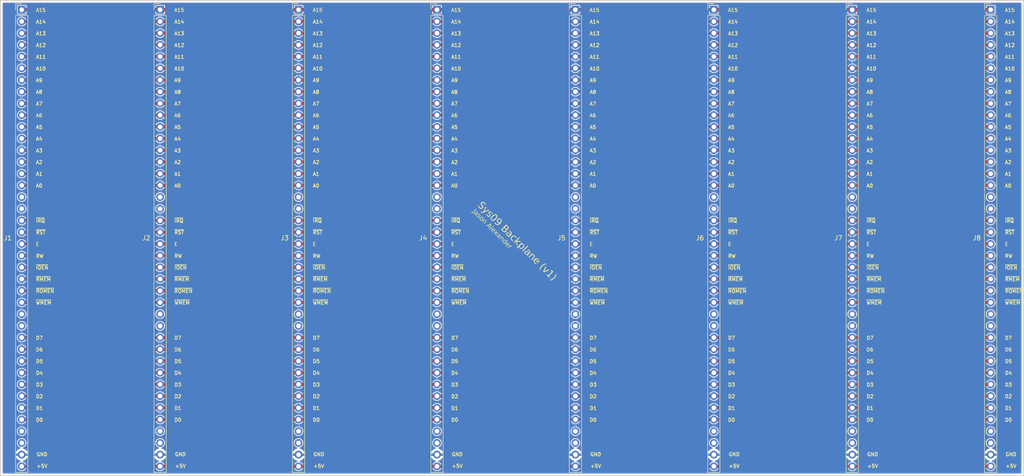
<source format=kicad_pcb>
(kicad_pcb (version 20221018) (generator pcbnew)
  (layers (0 "F.Cu" signal) (31 "B.Cu" signal) (34 "B.Paste" user) (35 "F.Paste" user) (36 "B.SilkS" user "B.Silkscreen") (37 "F.SilkS" user "F.Silkscreen") (38 "B.Mask" user) (39 "F.Mask" user) (44 "Edge.Cuts" user))
  (net 0 "")
  (net 1 "/A15")
  (net 2 "/A14")
  (net 3 "/A13")
  (net 4 "/A12")
  (net 5 "/A11")
  (net 6 "/A10")
  (net 7 "/A9")
  (net 8 "/A8")
  (net 9 "/A7")
  (net 10 "/A6")
  (net 11 "/A5")
  (net 12 "/A4")
  (net 13 "/A3")
  (net 14 "/A2")
  (net 15 "/A1")
  (net 16 "/A0")
  (net 19 "/~{RST}")
  (net 20 "/E")
  (net 21 "/RW")
  (net 22 "/~{IOEN}")
  (net 23 "/~{RMEM}")
  (net 24 "/~{ROMEN}")
  (net 25 "/~{WMEM}")
  (net 26 "/~{IRQ}")
  (net 29 "/DA7")
  (net 30 "/DA6")
  (net 31 "/DA5")
  (net 32 "/DA4")
  (net 33 "/DA3")
  (net 34 "/DA2")
  (net 35 "/DA1")
  (net 36 "/DA0")
  (net 39 "GND")
  (net 40 "+5V")
  (footprint "Connector_PinHeader_2.54mm:PinHeader_1x40_P2.54mm_Vertical" (layer "F.Cu") (at 90 31.475)
    (fp_text reference "J3")
    (fp_text value "Conn_01x40_Pin")
  )
  (footprint "Connector_PinHeader_2.54mm:PinHeader_1x40_P2.54mm_Vertical" (layer "F.Cu") (at 210 31.475)
    (fp_text reference "J7")
    (fp_text value "Conn_01x40_Pin")
  )
  (footprint "Connector_PinHeader_2.54mm:PinHeader_1x40_P2.54mm_Vertical" (layer "F.Cu") (at 60 31.475)
    (fp_text reference "J2")
    (fp_text value "Conn_01x40_Pin")
  )
  (footprint "Connector_PinHeader_2.54mm:PinHeader_1x40_P2.54mm_Vertical" (layer "F.Cu") (at 120 31.475)
    (fp_text reference "J4")
    (fp_text value "Conn_01x40_Pin")
  )
  (footprint "Connector_PinHeader_2.54mm:PinHeader_1x40_P2.54mm_Vertical" (layer "F.Cu") (at 150 31.475)
    (fp_text reference "J5")
    (fp_text value "Conn_01x40_Pin")
  )
  (footprint "Connector_PinHeader_2.54mm:PinHeader_1x40_P2.54mm_Vertical" (layer "F.Cu") (at 30 31.475)
    (fp_text reference "J1")
    (fp_text value "Conn_01x40_Pin")
  )
  (footprint "Connector_PinHeader_2.54mm:PinHeader_1x40_P2.54mm_Vertical" (layer "F.Cu") (at 240 31.475)
    (fp_text reference "J8")
    (fp_text value "Conn_01x40_Pin")
  )
  (footprint "Connector_PinHeader_2.54mm:PinHeader_1x40_P2.54mm_Vertical" (layer "F.Cu") (at 180 31.475)
    (fp_text reference "J6")
    (fp_text value "Conn_01x40_Pin")
  )
  (gr_line (start 25.4 29.464) (end 25.4 132.588) (stroke (width 0.2)) (layer "Edge.Cuts"))
  (gr_line (start 247.142 29.464) (end 25.4 29.464) (stroke (width 0.2)) (layer "Edge.Cuts"))
  (gr_line (start 25.4 132.588) (end 247.142 132.588) (stroke (width 0.2)) (layer "Edge.Cuts"))
  (gr_line (start 247.142 29.464) (end 247.142 132.588) (stroke (width 0.2)) (layer "Edge.Cuts"))
  (gr_text "~{RMEM}" (at 63 90.42) (layer "F.SilkS") (effects (font (size 0.762 0.762)) (justify left bottom)))
  (gr_text "GND" (at 63.14 128.38) (layer "F.SilkS") (effects (font (size 0.762 0.762)) (justify left bottom)))
  (gr_text "A11" (at 153 42.16) (layer "F.SilkS") (effects (font (size 0.762 0.762)) (justify left bottom)))
  (gr_text "~{RMEM}" (at 183 90.42) (layer "F.SilkS") (effects (font (size 0.762 0.762)) (justify left bottom)))
  (gr_text "A3" (at 243 62.48) (layer "F.SilkS") (effects (font (size 0.762 0.762)) (justify left bottom)))
  (gr_text "A2" (at 153 65.02) (layer "F.SilkS") (effects (font (size 0.762 0.762)) (justify left bottom)))
  (gr_text "D5" (at 33 108.2) (layer "F.SilkS") (effects (font (size 0.762 0.762)) (justify left bottom)))
  (gr_text "D1" (at 123 118.36) (layer "F.SilkS") (effects (font (size 0.762 0.762)) (justify left bottom)))
  (gr_text "A1" (at 153 67.56) (layer "F.SilkS") (effects (font (size 0.762 0.762)) (justify left bottom)))
  (gr_text "A14" (at 153 34.54) (layer "F.SilkS") (effects (font (size 0.762 0.762)) (justify left bottom)))
  (gr_text "A4" (at 243 59.94) (layer "F.SilkS") (effects (font (size 0.762 0.762)) (justify left bottom)))
  (gr_text "~{IRQ}" (at 63 77.72) (layer "F.SilkS") (effects (font (size 0.762 0.762)) (justify left bottom)))
  (gr_text "A2" (at 33 65.02) (layer "F.SilkS") (effects (font (size 0.762 0.762)) (justify left bottom)))
  (gr_text "D1" (at 93 118.36) (layer "F.SilkS") (effects (font (size 0.762 0.762)) (justify left bottom)))
  (gr_text "E" (at 123 82.8) (layer "F.SilkS") (effects (font (size 0.762 0.762) (thickness 0.127)) (justify left bottom)))
  (gr_text "A1" (at 243 67.56) (layer "F.SilkS") (effects (font (size 0.762 0.762)) (justify left bottom)))
  (gr_text "A15" (at 33 32) (layer "F.SilkS") (effects (font (size 0.762 0.762) (thickness 0.127)) (justify left bottom)))
  (gr_text "~{ROMEN}" (at 123 92.96) (layer "F.SilkS") (effects (font (size 0.762 0.762)) (justify left bottom)))
  (gr_text "A12" (at 213 39.62) (layer "F.SilkS") (effects (font (size 0.762 0.762)) (justify left bottom)))
  (gr_text "~{IRQ}" (at 93 77.72) (layer "F.SilkS") (effects (font (size 0.762 0.762)) (justify left bottom)))
  (gr_text "~{WMEM}" (at 213 95.5) (layer "F.SilkS") (effects (font (size 0.762 0.762)) (justify left bottom)))
  (gr_text "D4" (at 123 110.74) (layer "F.SilkS") (effects (font (size 0.762 0.762)) (justify left bottom)))
  (gr_text "+5V" (at 123.14 130.92) (layer "F.SilkS") (effects (font (size 0.762 0.762)) (justify left bottom)))
  (gr_text "A11" (at 123 42.16) (layer "F.SilkS") (effects (font (size 0.762 0.762)) (justify left bottom)))
  (gr_text "A5" (at 213 57.4) (layer "F.SilkS") (effects (font (size 0.762 0.762)) (justify left bottom)))
  (gr_text "A3" (at 33 62.48) (layer "F.SilkS") (effects (font (size 0.762 0.762)) (justify left bottom)))
  (gr_text "A11" (at 243 42.16) (layer "F.SilkS") (effects (font (size 0.762 0.762)) (justify left bottom)))
  (gr_text "GND" (at 123.14 128.38) (layer "F.SilkS") (effects (font (size 0.762 0.762)) (justify left bottom)))
  (gr_text "A12" (at 123 39.62) (layer "F.SilkS") (effects (font (size 0.762 0.762)) (justify left bottom)))
  (gr_text "D7" (at 213 103.12) (layer "F.SilkS") (effects (font (size 0.762 0.762)) (justify left bottom)))
  (gr_text "A14" (at 183 34.54) (layer "F.SilkS") (effects (font (size 0.762 0.762)) (justify left bottom)))
  (gr_text "A13" (at 63 37.08) (layer "F.SilkS") (effects (font (size 0.762 0.762)) (justify left bottom)))
  (gr_text "A6" (at 213 54.86) (layer "F.SilkS") (effects (font (size 0.762 0.762) (thickness 0.127)) (justify left bottom)))
  (gr_text "A7" (at 153 52.32) (layer "F.SilkS") (effects (font (size 0.762 0.762)) (justify left bottom)))
  (gr_text "A1" (at 33 67.56) (layer "F.SilkS") (effects (font (size 0.762 0.762)) (justify left bottom)))
  (gr_text "A2" (at 93 65.02) (layer "F.SilkS") (effects (font (size 0.762 0.762)) (justify left bottom)))
  (gr_text "A13" (at 153 37.08) (layer "F.SilkS") (effects (font (size 0.762 0.762)) (justify left bottom)))
  (gr_text "A15" (at 183 32) (layer "F.SilkS") (effects (font (size 0.762 0.762) (thickness 0.127)) (justify left bottom)))
  (gr_text "A14" (at 63 34.54) (layer "F.SilkS") (effects (font (size 0.762 0.762)) (justify left bottom)))
  (gr_text "GND" (at 183.14 128.38) (layer "F.SilkS") (effects (font (size 0.762 0.762)) (justify left bottom)))
  (gr_text "A14" (at 243 34.54) (layer "F.SilkS") (effects (font (size 0.762 0.762)) (justify left bottom)))
  (gr_text "D0" (at 93 120.9) (layer "F.SilkS") (effects (font (size 0.762 0.762)) (justify left bottom)))
  (gr_text "D4" (at 63 110.74) (layer "F.SilkS") (effects (font (size 0.762 0.762)) (justify left bottom)))
  (gr_text "A2" (at 183 65.02) (layer "F.SilkS") (effects (font (size 0.762 0.762)) (justify left bottom)))
  (gr_text "A6" (at 93 54.86) (layer "F.SilkS") (effects (font (size 0.762 0.762) (thickness 0.127)) (justify left bottom)))
  (gr_text "~{IOEN}" (at 63 87.88) (layer "F.SilkS") (effects (font (size 0.762 0.762)) (justify left bottom)))
  (gr_text "~{WMEM}" (at 243 95.5) (layer "F.SilkS") (effects (font (size 0.762 0.762)) (justify left bottom)))
  (gr_text "D6" (at 243 105.66) (layer "F.SilkS") (effects (font (size 0.762 0.762) (thickness 0.127)) (justify left bottom)))
  (gr_text "A7" (at 213 52.32) (layer "F.SilkS") (effects (font (size 0.762 0.762)) (justify left bottom)))
  (gr_text "~{RMEM}" (at 213 90.42) (layer "F.SilkS") (effects (font (size 0.762 0.762)) (justify left bottom)))
  (gr_text "~{RMEM}" (at 33 90.42) (layer "F.SilkS") (effects (font (size 0.762 0.762)) (justify left bottom)))
  (gr_text "D2" (at 123 115.82) (layer "F.SilkS") (effects (font (size 0.762 0.762)) (justify left bottom)))
  (gr_text "D0" (at 213 120.9) (layer "F.SilkS") (effects (font (size 0.762 0.762)) (justify left bottom)))
  (gr_text "A13" (at 123 37.08) (layer "F.SilkS") (effects (font (size 0.762 0.762)) (justify left bottom)))
  (gr_text "+5V" (at 183.14 130.92) (layer "F.SilkS") (effects (font (size 0.762 0.762)) (justify left bottom)))
  (gr_text "A7" (at 63 52.32) (layer "F.SilkS") (effects (font (size 0.762 0.762)) (justify left bottom)))
  (gr_text "E" (at 33 82.8) (layer "F.SilkS") (effects (font (size 0.762 0.762) (thickness 0.127)) (justify left bottom)))
  (gr_text "~{IRQ}" (at 243 77.72) (layer "F.SilkS") (effects (font (size 0.762 0.762)) (justify left bottom)))
  (gr_text "RW" (at 93 85.34) (layer "F.SilkS") (effects (font (size 0.762 0.762)) (justify left bottom)))
  (gr_text "~{WMEM}" (at 183 95.5) (layer "F.SilkS") (effects (font (size 0.762 0.762)) (justify left bottom)))
  (gr_text "E" (at 213 82.8) (layer "F.SilkS") (effects (font (size 0.762 0.762) (thickness 0.127)) (justify left bottom)))
  (gr_text "A6" (at 153 54.86) (layer "F.SilkS") (effects (font (size 0.762 0.762) (thickness 0.127)) (justify left bottom)))
  (gr_text "A3" (at 183 62.48) (layer "F.SilkS") (effects (font (size 0.762 0.762)) (justify left bottom)))
  (gr_text "~{RST}" (at 33 80.26) (layer "F.SilkS") (effects (font (size 0.762 0.762)) (justify left bottom)))
  (gr_text "D6" (at 213 105.66) (layer "F.SilkS") (effects (font (size 0.762 0.762) (thickness 0.127)) (justify left bottom)))
  (gr_text "A3" (at 123 62.48) (layer "F.SilkS") (effects (font (size 0.762 0.762)) (justify left bottom)))
  (gr_text "A3" (at 213 62.48) (layer "F.SilkS") (effects (font (size 0.762 0.762)) (justify left bottom)))
  (gr_text "A5" (at 153 57.4) (layer "F.SilkS") (effects (font (size 0.762 0.762)) (justify left bottom)))
  (gr_text "D5" (at 183 108.2) (layer "F.SilkS") (effects (font (size 0.762 0.762)) (justify left bottom)))
  (gr_text "D1" (at 183 118.36) (layer "F.SilkS") (effects (font (size 0.762 0.762)) (justify left bottom)))
  (gr_text "A7" (at 243 52.32) (layer "F.SilkS") (effects (font (size 0.762 0.762)) (justify left bottom)))
  (gr_text "A0" (at 153 70.1) (layer "F.SilkS") (effects (font (size 0.762 0.762)) (justify left bottom)))
  (gr_text "A9" (at 213 47.24) (layer "F.SilkS") (effects (font (size 0.762 0.762)) (justify left bottom)))
  (gr_text "A0" (at 93 70.1) (layer "F.SilkS") (effects (font (size 0.762 0.762)) (justify left bottom)))
  (gr_text "Sys09 Backplane (v1)" (at 128.524 74.168 315) (layer "F.SilkS") (effects (font (size 1.524 1.524)) (justify left bottom)))
  (gr_text "~{WMEM}" (at 153 95.5) (layer "F.SilkS") (effects (font (size 0.762 0.762)) (justify left bottom)))
  (gr_text "~{IOEN}" (at 33 87.88) (layer "F.SilkS") (effects (font (size 0.762 0.762)) (justify left bottom)))
  (gr_text "A8" (at 93 49.78) (layer "F.SilkS") (effects (font (size 0.762 0.762)) (justify left bottom)))
  (gr_text "A1" (at 213 67.56) (layer "F.SilkS") (effects (font (size 0.762 0.762)) (justify left bottom)))
  (gr_text "A4" (at 123 59.94) (layer "F.SilkS") (effects (font (size 0.762 0.762)) (justify left bottom)))
  (gr_text "~{ROMEN}" (at 213 92.96) (layer "F.SilkS") (effects (font (size 0.762 0.762)) (justify left bottom)))
  (gr_text "A4" (at 93 59.94) (layer "F.SilkS") (effects (font (size 0.762 0.762)) (justify left bottom)))
  (gr_text "D4" (at 93 110.74) (layer "F.SilkS") (effects (font (size 0.762 0.762)) (justify left bottom)))
  (gr_text "A0" (at 243 70.1) (layer "F.SilkS") (effects (font (size 0.762 0.762)) (justify left bottom)))
  (gr_text "~{IOEN}" (at 93 87.88) (layer "F.SilkS") (effects (font (size 0.762 0.762)) (justify left bottom)))
  (gr_text "GND" (at 243.14 128.38) (layer "F.SilkS") (effects (font (size 0.762 0.762)) (justify left bottom)))
  (gr_text "D1" (at 63 118.36) (layer "F.SilkS") (effects (font (size 0.762 0.762)) (justify left bottom)))
  (gr_text "A12" (at 63 39.62) (layer "F.SilkS") (effects (font (size 0.762 0.762)) (justify left bottom)))
  (gr_text "D4" (at 183 110.74) (layer "F.SilkS") (effects (font (size 0.762 0.762)) (justify left bottom)))
  (gr_text "D0" (at 123 120.9) (layer "F.SilkS") (effects (font (size 0.762 0.762)) (justify left bottom)))
  (gr_text "A15" (at 243 32) (layer "F.SilkS") (effects (font (size 0.762 0.762) (thickness 0.127)) (justify left bottom)))
  (gr_text "A12" (at 33 39.62) (layer "F.SilkS") (effects (font (size 0.762 0.762)) (justify left bottom)))
  (gr_text "A2" (at 213 65.02) (layer "F.SilkS") (effects (font (size 0.762 0.762)) (justify left bottom)))
  (gr_text "A1" (at 63 67.56) (layer "F.SilkS") (effects (font (size 0.762 0.762)) (justify left bottom)))
  (gr_text "D0" (at 63 120.9) (layer "F.SilkS") (effects (font (size 0.762 0.762)) (justify left bottom)))
  (gr_text "D4" (at 153 110.74) (layer "F.SilkS") (effects (font (size 0.762 0.762)) (justify left bottom)))
  (gr_text "D5" (at 213 108.2) (layer "F.SilkS") (effects (font (size 0.762 0.762)) (justify left bottom)))
  (gr_text "A8" (at 243 49.78) (layer "F.SilkS") (effects (font (size 0.762 0.762)) (justify left bottom)))
  (gr_text "A3" (at 153 62.48) (layer "F.SilkS") (effects (font (size 0.762 0.762)) (justify left bottom)))
  (gr_text "~{ROMEN}" (at 183 92.96) (layer "F.SilkS") (effects (font (size 0.762 0.762)) (justify left bottom)))
  (gr_text "A0" (at 33 70.1) (layer "F.SilkS") (effects (font (size 0.762 0.762)) (justify left bottom)))
  (gr_text "A9" (at 243 47.24) (layer "F.SilkS") (effects (font (size 0.762 0.762)) (justify left bottom)))
  (gr_text "~{RST}" (at 63 80.26) (layer "F.SilkS") (effects (font (size 0.762 0.762)) (justify left bottom)))
  (gr_text "+5V" (at 93.14 130.92) (layer "F.SilkS") (effects (font (size 0.762 0.762)) (justify left bottom)))
  (gr_text "D2" (at 183 115.82) (layer "F.SilkS") (effects (font (size 0.762 0.762)) (justify left bottom)))
  (gr_text "A11" (at 63 42.16) (layer "F.SilkS") (effects (font (size 0.762 0.762)) (justify left bottom)))
  (gr_text "A15" (at 93 32) (layer "F.SilkS") (effects (font (size 0.762 0.762) (thickness 0.127)) (justify left bottom)))
  (gr_text "RW" (at 123 85.34) (layer "F.SilkS") (effects (font (size 0.762 0.762)) (justify left bottom)))
  (gr_text "~{RST}" (at 183 80.26) (layer "F.SilkS") (effects (font (size 0.762 0.762)) (justify left bottom)))
  (gr_text "D2" (at 63 115.82) (layer "F.SilkS") (effects (font (size 0.762 0.762)) (justify left bottom)))
  (gr_text "D2" (at 153 115.82) (layer "F.SilkS") (effects (font (size 0.762 0.762)) (justify left bottom)))
  (gr_text "~{IOEN}" (at 213 87.88) (layer "F.SilkS") (effects (font (size 0.762 0.762)) (justify left bottom)))
  (gr_text "D5" (at 153 108.2) (layer "F.SilkS") (effects (font (size 0.762 0.762)) (justify left bottom)))
  (gr_text "A5" (at 183 57.4) (layer "F.SilkS") (effects (font (size 0.762 0.762)) (justify left bottom)))
  (gr_text "~{IOEN}" (at 153 87.88) (layer "F.SilkS") (effects (font (size 0.762 0.762)) (justify left bottom)))
  (gr_text "A10\n" (at 243 44.7) (layer "F.SilkS") (effects (font (size 0.762 0.762)) (justify left bottom)))
  (gr_text "A10\n" (at 93 44.7) (layer "F.SilkS") (effects (font (size 0.762 0.762)) (justify left bottom)))
  (gr_text "A4" (at 183 59.94) (layer "F.SilkS") (effects (font (size 0.762 0.762)) (justify left bottom)))
  (gr_text "D0" (at 33 120.9) (layer "F.SilkS") (effects (font (size 0.762 0.762)) (justify left bottom)))
  (gr_text "D0" (at 243 120.9) (layer "F.SilkS") (effects (font (size 0.762 0.762)) (justify left bottom)))
  (gr_text "D3" (at 243 113.28) (layer "F.SilkS") (effects (font (size 0.762 0.762)) (justify left bottom)))
  (gr_text "A1" (at 183 67.56) (layer "F.SilkS") (effects (font (size 0.762 0.762)) (justify left bottom)))
  (gr_text "RW" (at 33 85.34) (layer "F.SilkS") (effects (font (size 0.762 0.762)) (justify left bottom)))
  (gr_text "D1" (at 243 118.36) (layer "F.SilkS") (effects (font (size 0.762 0.762)) (justify left bottom)))
  (gr_text "A9" (at 123 47.24) (layer "F.SilkS") (effects (font (size 0.762 0.762)) (justify left bottom)))
  (gr_text "A14" (at 93 34.54) (layer "F.SilkS") (effects (font (size 0.762 0.762)) (justify left bottom)))
  (gr_text "D3" (at 93 113.28) (layer "F.SilkS") (effects (font (size 0.762 0.762)) (justify left bottom)))
  (gr_text "D7" (at 153 103.12) (layer "F.SilkS") (effects (font (size 0.762 0.762)) (justify left bottom)))
  (gr_text "A7" (at 33 52.32) (layer "F.SilkS") (effects (font (size 0.762 0.762)) (justify left bottom)))
  (gr_text "A9" (at 153 47.24) (layer "F.SilkS") (effects (font (size 0.762 0.762)) (justify left bottom)))
  (gr_text "D1" (at 213 118.36) (layer "F.SilkS") (effects (font (size 0.762 0.762)) (justify left bottom)))
  (gr_text "A13" (at 33 37.08) (layer "F.SilkS") (effects (font (size 0.762 0.762)) (justify left bottom)))
  (gr_text "D2" (at 93 115.82) (layer "F.SilkS") (effects (font (size 0.762 0.762)) (justify left bottom)))
  (gr_text "~{ROMEN}" (at 93 92.96) (layer "F.SilkS") (effects (font (size 0.762 0.762)) (justify left bottom)))
  (gr_text "D7" (at 183 103.12) (layer "F.SilkS") (effects (font (size 0.762 0.762)) (justify left bottom)))
  (gr_text "E" (at 183 82.8) (layer "F.SilkS") (effects (font (size 0.762 0.762) (thickness 0.127)) (justify left bottom)))
  (gr_text "A3" (at 63 62.48) (layer "F.SilkS") (effects (font (size 0.762 0.762)) (justify left bottom)))
  (gr_text "A5" (at 243 57.4) (layer "F.SilkS") (effects (font (size 0.762 0.762)) (justify left bottom)))
  (gr_text "~{WMEM}" (at 33 95.5) (layer "F.SilkS") (effects (font (size 0.762 0.762)) (justify left bottom)))
  (gr_text "D5" (at 123 108.2) (layer "F.SilkS") (effects (font (size 0.762 0.762)) (justify left bottom)))
  (gr_text "A11" (at 183 42.16) (layer "F.SilkS") (effects (font (size 0.762 0.762)) (justify left bottom)))
  (gr_text "~{WMEM}" (at 123 95.5) (layer "F.SilkS") (effects (font (size 0.762 0.762)) (justify left bottom)))
  (gr_text "D3" (at 123 113.28) (layer "F.SilkS") (effects (font (size 0.762 0.762)) (justify left bottom)))
  (gr_text "A10\n" (at 153 44.7) (layer "F.SilkS") (effects (font (size 0.762 0.762)) (justify left bottom)))
  (gr_text "A9" (at 93 47.24) (layer "F.SilkS") (effects (font (size 0.762 0.762)) (justify left bottom)))
  (gr_text "A5" (at 33 57.4) (layer "F.SilkS") (effects (font (size 0.762 0.762)) (justify left bottom)))
  (gr_text "A0" (at 183 70.1) (layer "F.SilkS") (effects (font (size 0.762 0.762)) (justify left bottom)))
  (gr_text "A8" (at 153 49.78) (layer "F.SilkS") (effects (font (size 0.762 0.762)) (justify left bottom)))
  (gr_text "A12" (at 93 39.62) (layer "F.SilkS") (effects (font (size 0.762 0.762)) (justify left bottom)))
  (gr_text "D7" (at 33 103.12) (layer "F.SilkS") (effects (font (size 0.762 0.762)) (justify left bottom)))
  (gr_text "D2" (at 213 115.82) (layer "F.SilkS") (effects (font (size 0.762 0.762)) (justify left bottom)))
  (gr_text "A7" (at 183 52.32) (layer "F.SilkS") (effects (font (size 0.762 0.762)) (justify left bottom)))
  (gr_text "~{RMEM}" (at 123 90.42) (layer "F.SilkS") (effects (font (size 0.762 0.762)) (justify left bottom)))
  (gr_text "A6" (at 123 54.86) (layer "F.SilkS") (effects (font (size 0.762 0.762) (thickness 0.127)) (justify left bottom)))
  (gr_text "A8" (at 123 49.78) (layer "F.SilkS") (effects (font (size 0.762 0.762)) (justify left bottom)))
  (gr_text "A2" (at 243 65.02) (layer "F.SilkS") (effects (font (size 0.762 0.762)) (justify left bottom)))
  (gr_text "E" (at 153 82.8) (layer "F.SilkS") (effects (font (size 0.762 0.762) (thickness 0.127)) (justify left bottom)))
  (gr_text "A1" (at 123 67.56) (layer "F.SilkS") (effects (font (size 0.762 0.762)) (justify left bottom)))
  (gr_text "A14" (at 123 34.54) (layer "F.SilkS") (effects (font (size 0.762 0.762)) (justify left bottom)))
  (gr_text "A4" (at 63 59.94) (layer "F.SilkS") (effects (font (size 0.762 0.762)) (justify left bottom)))
  (gr_text "D6" (at 123 105.66) (layer "F.SilkS") (effects (font (size 0.762 0.762) (thickness 0.127)) (justify left bottom)))
  (gr_text "RW" (at 63 85.34) (layer "F.SilkS") (effects (font (size 0.762 0.762)) (justify left bottom)))
  (gr_text "A6" (at 33 54.86) (layer "F.SilkS") (effects (font (size 0.762 0.762) (thickness 0.127)) (justify left bottom)))
  (gr_text "RW" (at 243 85.34) (layer "F.SilkS") (effects (font (size 0.762 0.762)) (justify left bottom)))
  (gr_text "~{IRQ}" (at 33 77.72) (layer "F.SilkS") (effects (font (size 0.762 0.762)) (justify left bottom)))
  (gr_text "A13" (at 243 37.08) (layer "F.SilkS") (effects (font (size 0.762 0.762)) (justify left bottom)))
  (gr_text "+5V" (at 63.14 130.92) (layer "F.SilkS") (effects (font (size 0.762 0.762)) (justify left bottom)))
  (gr_text "~{ROMEN}" (at 63 92.96) (layer "F.SilkS") (effects (font (size 0.762 0.762)) (justify left bottom)))
  (gr_text "D3" (at 63 113.28) (layer "F.SilkS") (effects (font (size 0.762 0.762)) (justify left bottom)))
  (gr_text "D1" (at 33 118.36) (layer "F.SilkS") (effects (font (size 0.762 0.762)) (justify left bottom)))
  (gr_text "A8" (at 63 49.78) (layer "F.SilkS") (effects (font (size 0.762 0.762)) (justify left bottom)))
  (gr_text "A14" (at 33 34.54) (layer "F.SilkS") (effects (font (size 0.762 0.762)) (justify left bottom)))
  (gr_text "RW" (at 213 85.34) (layer "F.SilkS") (effects (font (size 0.762 0.762)) (justify left bottom)))
  (gr_text "~{IOEN}" (at 123 87.88) (layer "F.SilkS") (effects (font (size 0.762 0.762)) (justify left bottom)))
  (gr_text "A15" (at 213 32) (layer "F.SilkS") (effects (font (size 0.762 0.762) (thickness 0.127)) (justify left bottom)))
  (gr_text "A10\n" (at 123 44.7) (layer "F.SilkS") (effects (font (size 0.762 0.762)) (justify left bottom)))
  (gr_text "+5V" (at 33.14 130.92) (layer "F.SilkS") (effects (font (size 0.762 0.762)) (justify left bottom)))
  (gr_text "~{WMEM}" (at 93 95.5) (layer "F.SilkS") (effects (font (size 0.762 0.762)) (justify left bottom)))
  (gr_text "A9" (at 183 47.24) (layer "F.SilkS") (effects (font (size 0.762 0.762)) (justify left bottom)))
  (gr_text "D3" (at 153 113.28) (layer "F.SilkS") (effects (font (size 0.762 0.762)) (justify left bottom)))
  (gr_text "A0" (at 63 70.1) (layer "F.SilkS") (effects (font (size 0.762 0.762)) (justify left bottom)))
  (gr_text "A14" (at 213 34.54) (layer "F.SilkS") (effects (font (size 0.762 0.762)) (justify left bottom)))
  (gr_text "A15" (at 123 32) (layer "F.SilkS") (effects (font (size 0.762 0.762) (thickness 0.127)) (justify left bottom)))
  (gr_text "D2" (at 243 115.82) (layer "F.SilkS") (effects (font (size 0.762 0.762)) (justify left bottom)))
  (gr_text "A11" (at 33 42.16) (layer "F.SilkS") (effects (font (size 0.762 0.762)) (justify left bottom)))
  (gr_text "~{WMEM}" (at 63 95.5) (layer "F.SilkS") (effects (font (size 0.762 0.762)) (justify left bottom)))
  (gr_text "~{RMEM}" (at 93 90.42) (layer "F.SilkS") (effects (font (size 0.762 0.762)) (justify left bottom)))
  (gr_text "~{IRQ}" (at 123 77.72) (layer "F.SilkS") (effects (font (size 0.762 0.762)) (justify left bottom)))
  (gr_text "~{IRQ}" (at 153 77.72) (layer "F.SilkS") (effects (font (size 0.762 0.762)) (justify left bottom)))
  (gr_text "A11" (at 93 42.16) (layer "F.SilkS") (effects (font (size 0.762 0.762)) (justify left bottom)))
  (gr_text "A7" (at 123 52.32) (layer "F.SilkS") (effects (font (size 0.762 0.762)) (justify left bottom)))
  (gr_text "GND" (at 213.14 128.38) (layer "F.SilkS") (effects (font (size 0.762 0.762)) (justify left bottom)))
  (gr_text "A9" (at 63 47.24) (layer "F.SilkS") (effects (font (size 0.762 0.762)) (justify left bottom)))
  (gr_text "D7" (at 63 103.12) (layer "F.SilkS") (effects (font (size 0.762 0.762)) (justify left bottom)))
  (gr_text "D6" (at 183 105.66) (layer "F.SilkS") (effects (font (size 0.762 0.762) (thickness 0.127)) (justify left bottom)))
  (gr_text "~{RST}" (at 243 80.26) (layer "F.SilkS") (effects (font (size 0.762 0.762)) (justify left bottom)))
  (gr_text "A7" (at 93 52.32) (layer "F.SilkS") (effects (font (size 0.762 0.762)) (justify left bottom)))
  (gr_text "A5" (at 93 57.4) (layer "F.SilkS") (effects (font (size 0.762 0.762)) (justify left bottom)))
  (gr_text "A8" (at 183 49.78) (layer "F.SilkS") (effects (font (size 0.762 0.762)) (justify left bottom)))
  (gr_text "GND" (at 33.14 128.38) (layer "F.SilkS") (effects (font (size 0.762 0.762)) (justify left bottom)))
  (gr_text "D4" (at 213 110.74) (layer "F.SilkS") (effects (font (size 0.762 0.762)) (justify left bottom)))
  (gr_text "~{ROMEN}" (at 243 92.96) (layer "F.SilkS") (effects (font (size 0.762 0.762)) (justify left bottom)))
  (gr_text "A15" (at 153 32) (layer "F.SilkS") (effects (font (size 0.762 0.762) (thickness 0.127)) (justify left bottom)))
  (gr_text "A10\n" (at 213 44.7) (layer "F.SilkS") (effects (font (size 0.762 0.762)) (justify left bottom)))
  (gr_text "A0" (at 213 70.1) (layer "F.SilkS") (effects (font (size 0.762 0.762)) (justify left bottom)))
  (gr_text "GND" (at 153.14 128.38) (layer "F.SilkS") (effects (font (size 0.762 0.762)) (justify left bottom)))
  (gr_text "A5" (at 63 57.4) (layer "F.SilkS") (effects (font (size 0.762 0.762)) (justify left bottom)))
  (gr_text "A12" (at 183 39.62) (layer "F.SilkS") (effects (font (size 0.762 0.762)) (justify left bottom)))
  (gr_text "A6" (at 183 54.86) (layer "F.SilkS") (effects (font (size 0.762 0.762) (thickness 0.127)) (justify left bottom)))
  (gr_text "~{RST}" (at 93 80.26) (layer "F.SilkS") (effects (font (size 0.762 0.762)) (justify left bottom)))
  (gr_text "D3" (at 183 113.28) (layer "F.SilkS") (effects (font (size 0.762 0.762)) (justify left bottom)))
  (gr_text "A12" (at 153 39.62) (layer "F.SilkS") (effects (font (size 0.762 0.762)) (justify left bottom)))
  (gr_text "A2" (at 123 65.02) (layer "F.SilkS") (effects (font (size 0.762 0.762)) (justify left bottom)))
  (gr_text "~{RMEM}" (at 153 90.42) (layer "F.SilkS") (effects (font (size 0.762 0.762)) (justify left bottom)))
  (gr_text "D6" (at 153 105.66) (layer "F.SilkS") (effects (font (size 0.762 0.762) (thickness 0.127)) (justify left bottom)))
  (gr_text "A13" (at 93 37.08) (layer "F.SilkS") (effects (font (size 0.762 0.762)) (justify left bottom)))
  (gr_text "Jason Alexander" (at 127.508 75.438 315) (layer "F.SilkS") (effects (font (size 1.016 1.016)) (justify left bottom)))
  (gr_text "A1" (at 93 67.56) (layer "F.SilkS") (effects (font (size 0.762 0.762)) (justify left bottom)))
  (gr_text "A8" (at 213 49.78) (layer "F.SilkS") (effects (font (size 0.762 0.762)) (justify left bottom)))
  (gr_text "~{IRQ}" (at 213 77.72) (layer "F.SilkS") (effects (font (size 0.762 0.762)) (justify left bottom)))
  (gr_text "A2" (at 63 65.02) (layer "F.SilkS") (effects (font (size 0.762 0.762)) (justify left bottom)))
  (gr_text "A12" (at 243 39.62) (layer "F.SilkS") (effects (font (size 0.762 0.762)) (justify left bottom)))
  (gr_text "~{ROMEN}" (at 33 92.96) (layer "F.SilkS") (effects (font (size 0.762 0.762)) (justify left bottom)))
  (gr_text "A4" (at 153 59.94) (layer "F.SilkS") (effects (font (size 0.762 0.762)) (justify left bottom)))
  (gr_text "A4" (at 33 59.94) (layer "F.SilkS") (effects (font (size 0.762 0.762)) (justify left bottom)))
  (gr_text "+5V" (at 213.14 130.92) (layer "F.SilkS") (effects (font (size 0.762 0.762)) (justify left bottom)))
  (gr_text "D3" (at 213 113.28) (layer "F.SilkS") (effects (font (size 0.762 0.762)) (justify left bottom)))
  (gr_text "D5" (at 243 108.2) (layer "F.SilkS") (effects (font (size 0.762 0.762)) (justify left bottom)))
  (gr_text "E" (at 93 82.8) (layer "F.SilkS") (effects (font (size 0.762 0.762) (thickness 0.127)) (justify left bottom)))
  (gr_text "D2" (at 33 115.82) (layer "F.SilkS") (effects (font (size 0.762 0.762)) (justify left bottom)))
  (gr_text "E" (at 243 82.8) (layer "F.SilkS") (effects (font (size 0.762 0.762) (thickness 0.127)) (justify left bottom)))
  (gr_text "D5" (at 93 108.2) (layer "F.SilkS") (effects (font (size 0.762 0.762)) (justify left bottom)))
  (gr_text "A15" (at 63 32) (layer "F.SilkS") (effects (font (size 0.762 0.762) (thickness 0.127)) (justify left bottom)))
  (gr_text "D3" (at 33 113.28) (layer "F.SilkS") (effects (font (size 0.762 0.762)) (justify left bottom)))
  (gr_text "A13" (at 183 37.08) (layer "F.SilkS") (effects (font (size 0.762 0.762)) (justify left bottom)))
  (gr_text "~{RST}" (at 123 80.26) (layer "F.SilkS") (effects (font (size 0.762 0.762)) (justify left bottom)))
  (gr_text "D4" (at 33 110.74) (layer "F.SilkS") (effects (font (size 0.762 0.762)) (justify left bottom)))
  (gr_text "D0" (at 153 120.9) (layer "F.SilkS") (effects (font (size 0.762 0.762)) (justify left bottom)))
  (gr_text "A10\n" (at 183 44.7) (layer "F.SilkS") (effects (font (size 0.762 0.762)) (justify left bottom)))
  (gr_text "~{RMEM}" (at 243 90.42) (layer "F.SilkS") (effects (font (size 0.762 0.762)) (justify left bottom)))
  (gr_text "D6" (at 63 105.66) (layer "F.SilkS") (effects (font (size 0.762 0.762) (thickness 0.127)) (justify left bottom)))
  (gr_text "A3" (at 93 62.48) (layer "F.SilkS") (effects (font (size 0.762 0.762)) (justify left bottom)))
  (gr_text "A11" (at 213 42.16) (layer "F.SilkS") (effects (font (size 0.762 0.762)) (justify left bottom)))
  (gr_text "E" (at 63 82.8) (layer "F.SilkS") (effects (font (size 0.762 0.762) (thickness 0.127)) (justify left bottom)))
  (gr_text "A5" (at 123 57.4) (layer "F.SilkS") (effects (font (size 0.762 0.762)) (justify left bottom)))
  (gr_text "A8" (at 33 49.78) (layer "F.SilkS") (effects (font (size 0.762 0.762)) (justify left bottom)))
  (gr_text "RW" (at 183 85.34) (layer "F.SilkS") (effects (font (size 0.762 0.762)) (justify left bottom)))
  (gr_text "D6" (at 33 105.66) (layer "F.SilkS") (effects (font (size 0.762 0.762) (thickness 0.127)) (justify left bottom)))
  (gr_text "A10\n" (at 63 44.7) (layer "F.SilkS") (effects (font (size 0.762 0.762)) (justify left bottom)))
  (gr_text "D7" (at 93 103.12) (layer "F.SilkS") (effects (font (size 0.762 0.762)) (justify left bottom)))
  (gr_text "+5V" (at 243.14 130.92) (layer "F.SilkS") (effects (font (size 0.762 0.762)) (justify left bottom)))
  (gr_text "D6" (at 93 105.66) (layer "F.SilkS") (effects (font (size 0.762 0.762) (thickness 0.127)) (justify left bottom)))
  (gr_text "A10\n" (at 33 44.7) (layer "F.SilkS") (effects (font (size 0.762 0.762)) (justify left bottom)))
  (gr_text "D1" (at 153 118.36) (layer "F.SilkS") (effects (font (size 0.762 0.762)) (justify left bottom)))
  (gr_text "D0" (at 183 120.9) (layer "F.SilkS") (effects (font (size 0.762 0.762)) (justify left bottom)))
  (gr_text "A9" (at 33 47.24) (layer "F.SilkS") (effects (font (size 0.762 0.762)) (justify left bottom)))
  (gr_text "D5" (at 63 108.2) (layer "F.SilkS") (effects (font (size 0.762 0.762)) (justify left bottom)))
  (gr_text "~{IOEN}" (at 243 87.88) (layer "F.SilkS") (effects (font (size 0.762 0.762)) (justify left bottom)))
  (gr_text "A6" (at 243 54.86) (layer "F.SilkS") (effects (font (size 0.762 0.762) (thickness 0.127)) (justify left bottom)))
  (gr_text "A0" (at 123 70.1) (layer "F.SilkS") (effects (font (size 0.762 0.762)) (justify left bottom)))
  (gr_text "A6" (at 63 54.86) (layer "F.SilkS") (effects (font (size 0.762 0.762) (thickness 0.127)) (justify left bottom)))
  (gr_text "+5V" (at 153.14 130.92) (layer "F.SilkS") (effects (font (size 0.762 0.762)) (justify left bottom)))
  (gr_text "GND" (at 93.14 128.38) (layer "F.SilkS") (effects (font (size 0.762 0.762)) (justify left bottom)))
  (gr_text "A4" (at 213 59.94) (layer "F.SilkS") (effects (font (size 0.762 0.762)) (justify left bottom)))
  (gr_text "D7" (at 243 103.12) (layer "F.SilkS") (effects (font (size 0.762 0.762)) (justify left bottom)))
  (gr_text "D7" (at 123 103.12) (layer "F.SilkS") (effects (font (size 0.762 0.762)) (justify left bottom)))
  (gr_text "~{RST}" (at 213 80.26) (layer "F.SilkS") (effects (font (size 0.762 0.762)) (justify left bottom)))
  (gr_text "~{IRQ}" (at 183 77.72) (layer "F.SilkS") (effects (font (size 0.762 0.762)) (justify left bottom)))
  (gr_text "D4" (at 243 110.74) (layer "F.SilkS") (effects (font (size 0.762 0.762)) (justify left bottom)))
  (gr_text "~{RST}" (at 153 80.26) (layer "F.SilkS") (effects (font (size 0.762 0.762)) (justify left bottom)))
  (gr_text "RW" (at 153 85.34) (layer "F.SilkS") (effects (font (size 0.762 0.762)) (justify left bottom)))
  (gr_text "~{ROMEN}" (at 153 92.96) (layer "F.SilkS") (effects (font (size 0.762 0.762)) (justify left bottom)))
  (gr_text "A13" (at 213 37.08) (layer "F.SilkS") (effects (font (size 0.762 0.762)) (justify left bottom)))
  (gr_text "~{IOEN}" (at 183 87.88) (layer "F.SilkS") (effects (font (size 0.762 0.762)) (justify left bottom)))
  (segment (start 90 31.475) (end 240 31.475) (width 0.75) (layer "F.Cu") (net 1))
  (segment (start 90 31.475) (end 60 31.475) (width 0.75) (layer "F.Cu") (net 1))
  (segment (start 30 31.475) (end 60 31.475) (width 0.75) (layer "F.Cu") (net 1))
  (segment (start 240 34.015) (end 30 34.015) (width 0.75) (layer "F.Cu") (net 2))
  (segment (start 30 36.555) (end 240 36.555) (width 0.75) (layer "F.Cu") (net 3))
  (segment (start 240 39.095) (end 30 39.095) (width 0.75) (layer "F.Cu") (net 4))
  (segment (start 30 41.635) (end 240 41.635) (width 0.75) (layer "F.Cu") (net 5))
  (segment (start 240 44.175) (end 30 44.175) (width 0.75) (layer "F.Cu") (net 6))
  (segment (start 30 46.715) (end 240 46.715) (width 0.75) (layer "F.Cu") (net 7))
  (segment (start 240 49.255) (end 30 49.255) (width 0.75) (layer "F.Cu") (net 8))
  (segment (start 30 51.795) (end 240 51.795) (width 0.75) (layer "F.Cu") (net 9))
  (segment (start 240 54.335) (end 30 54.335) (width 0.75) (layer "F.Cu") (net 10))
  (segment (start 30 56.875) (end 240 56.875) (width 0.75) (layer "F.Cu") (net 11))
  (segment (start 240 59.415) (end 30 59.415) (width 0.75) (layer "F.Cu") (net 12))
  (segment (start 30 61.955) (end 240 61.955) (width 0.75) (layer "F.Cu") (net 13))
  (segment (start 240 64.495) (end 30 64.495) (width 0.75) (layer "F.Cu") (net 14))
  (segment (start 30 67.035) (end 240 67.035) (width 0.75) (layer "F.Cu") (net 15))
  (segment (start 240 69.575) (end 30 69.575) (width 0.75) (layer "F.Cu") (net 16))
  (segment (start 30 77.195) (end 240 77.195) (width 0.75) (layer "F.Cu") (net 19))
  (segment (start 240 79.735) (end 30 79.735) (width 0.75) (layer "F.Cu") (net 20))
  (segment (start 30 82.275) (end 240 82.275) (width 0.75) (layer "F.Cu") (net 21))
  (segment (start 240 84.815) (end 30 84.815) (width 0.75) (layer "F.Cu") (net 22))
  (segment (start 30 87.355) (end 240 87.355) (width 0.75) (layer "F.Cu") (net 23))
  (segment (start 240 89.895) (end 30 89.895) (width 0.75) (layer "F.Cu") (net 24))
  (segment (start 30 92.435) (end 240 92.435) (width 0.75) (layer "F.Cu") (net 25))
  (segment (start 240 94.975) (end 30 94.975) (width 0.75) (layer "F.Cu") (net 26))
  (segment (start 30 102.595) (end 240 102.595) (width 0.75) (layer "F.Cu") (net 29))
  (segment (start 240 105.135) (end 30 105.135) (width 0.75) (layer "F.Cu") (net 30))
  (segment (start 30 107.675) (end 240 107.675) (width 0.75) (layer "F.Cu") (net 31))
  (segment (start 240 110.215) (end 30 110.215) (width 0.75) (layer "F.Cu") (net 32))
  (segment (start 30 112.755) (end 240 112.755) (width 0.75) (layer "F.Cu") (net 33))
  (segment (start 240 115.295) (end 30 115.295) (width 0.75) (layer "F.Cu") (net 34))
  (segment (start 30 117.835) (end 240 117.835) (width 0.75) (layer "F.Cu") (net 35))
  (segment (start 240 120.375) (end 30 120.375) (width 0.75) (layer "F.Cu") (net 36))
  (segment (start 30 130.535) (end 240 130.535) (width 0.75) (layer "F.Cu") (net 40))
  (zone (net 39) (net_name "GND") (layer "F.Cu") (connect_pads (clearance 0)) (min_thickness 0.254) (fill yes (thermal_gap 0.508) (thermal_bridge_width 0.508))
    (polygon (pts (xy 246.634 132.08) (xy 25.908 132.08) (xy 25.908 29.972) (xy 246.634 29.972)))
  )
  (zone (net 39) (net_name "GND") (layer "B.Cu") (priority 1) (connect_pads (clearance 0)) (min_thickness 0.254) (fill yes (thermal_gap 0.508) (thermal_bridge_width 0.508))
    (polygon (pts (xy 246.634 132.08) (xy 25.908 132.08) (xy 25.908 29.972) (xy 246.634 29.972)))
  )
)
</source>
